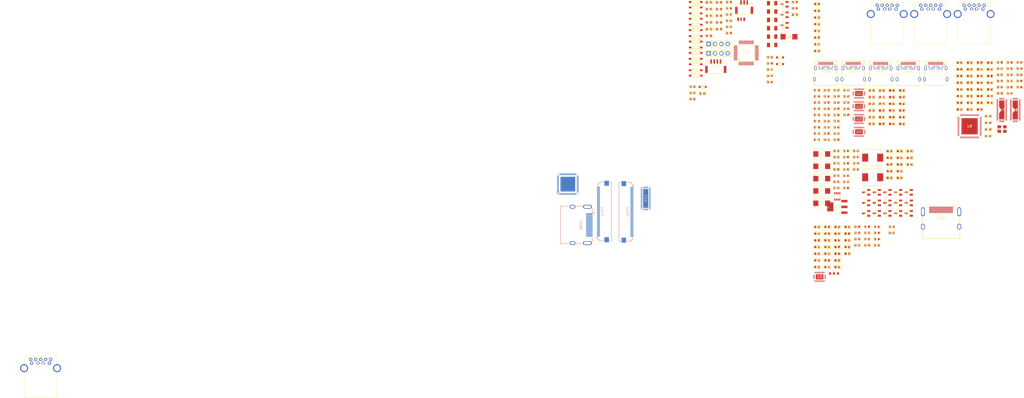
<source format=kicad_pcb>
(kicad_pcb (version 20240108) (generator "pcbnew") (generator_version "8.0")
  (layers (0 "F.Cu" signal) (31 "B.Cu" signal) (34 "B.Paste" user) (35 "F.Paste" user) (36 "B.SilkS" user "B.Silkscreen") (37 "F.SilkS" user "F.Silkscreen") (38 "B.Mask" user) (39 "F.Mask" user) (44 "Edge.Cuts" user))
  (net 0 "")
  (net 1 "/TypeC3.0Handle/TypeC_4_TX1_P")
  (net 2 "Net-(USB5-TX1+)")
  (net 3 "Net-(USB5-TX1-)")
  (net 4 "/TypeC3.0Handle/TypeC_4_TX1_N")
  (net 5 "Net-(USB5-TX2-)")
  (net 6 "/TypeC3.0Handle/TypeC_4_TX2_N")
  (net 7 "/TypeC3.0Handle/TypeC_4_TX2_P")
  (net 8 "Net-(USB5-TX2+)")
  (net 9 "Net-(USB4-TX1+)")
  (net 10 "/TypeC3.0Handle/TypeC_3_TX1_P")
  (net 11 "Net-(USB4-TX1-)")
  (net 12 "/TypeC3.0Handle/TypeC_3_TX1_N")
  (net 13 "/TypeC3.0Handle/TypeC_3_TX2_N")
  (net 14 "Net-(USB4-TX2-)")
  (net 15 "Net-(USB4-TX2+)")
  (net 16 "/TypeC3.0Handle/TypeC_3_TX2_P")
  (net 17 "/TypeC3.0Handle/TypeC_2_TX1_P")
  (net 18 "Net-(USB3-TX1+)")
  (net 19 "/TypeC3.0Handle/TypeC_2_TX1_N")
  (net 20 "Net-(USB3-TX1-)")
  (net 21 "/TypeC3.0Handle/TypeC_2_TX2_N")
  (net 22 "Net-(USB3-TX2-)")
  (net 23 "/TypeC3.0Handle/TypeC_2_TX2_P")
  (net 24 "Net-(USB3-TX2+)")
  (net 25 "Net-(USB2-TX1+)")
  (net 26 "/TypeC3.0Handle/TypeC_1_TX1_P")
  (net 27 "Net-(USB2-TX1-)")
  (net 28 "/TypeC3.0Handle/TypeC_1_TX1_N")
  (net 29 "/TypeC3.0Handle/TypeC_1_TX2_N")
  (net 30 "Net-(USB2-TX2-)")
  (net 31 "/TypeC3.0Handle/TypeC_1_TX2_P")
  (net 32 "Net-(USB2-TX2+)")
  (net 33 "Net-(Q1-D)")
  (net 34 "GND")
  (net 35 "Net-(Q4-E)")
  (net 36 "Net-(Q7-E)")
  (net 37 "Net-(Q10-E)")
  (net 38 "+3V3")
  (net 39 "/TypeC2HDMI/IN0_P")
  (net 40 "Net-(U6A-LANE0_P)")
  (net 41 "Net-(U6A-LANE0_N)")
  (net 42 "/TypeC2HDMI/IN0_N")
  (net 43 "/TypeC2HDMI/IN1_P")
  (net 44 "Net-(U6A-LANE1_P)")
  (net 45 "/TypeC2HDMI/IN1_N")
  (net 46 "Net-(U6A-LANE1_N)")
  (net 47 "Net-(U6A-LANE2_P)")
  (net 48 "/TypeC2HDMI/IN2_P")
  (net 49 "/TypeC2HDMI/IN2_N")
  (net 50 "Net-(U6A-LANE2_N)")
  (net 51 "Net-(U6A-LANE3_P)")
  (net 52 "/TypeC2HDMI/IN3_P")
  (net 53 "Net-(U6A-LANE3_N)")
  (net 54 "/TypeC2HDMI/IN3_N")
  (net 55 "/TypeC2HDMI/AUX_P")
  (net 56 "Net-(U6A-AUX_P)")
  (net 57 "/TypeC2HDMI/AUX_N")
  (net 58 "Net-(U6A-AUX_N)")
  (net 59 "+1V0")
  (net 60 "/TypeC2HDMI/5265_3V3")
  (net 61 "+1V8")
  (net 62 "/USB_HUB/HUB_TX_N")
  (net 63 "Net-(U9-SSTX0–)")
  (net 64 "Net-(U9-SSTX0+)")
  (net 65 "/USB_HUB/HUB_TX_P")
  (net 66 "Net-(U9-SSTX1+)")
  (net 67 "/OUT_HUB/SSTX1_P")
  (net 68 "Net-(U9-SSTX1–)")
  (net 69 "/OUT_HUB/SSTX1_N")
  (net 70 "Net-(U9-SSTX2+)")
  (net 71 "/OUT_HUB/SSTX2_P")
  (net 72 "Net-(U9-SSTX2–)")
  (net 73 "/OUT_HUB/SSTX2_N")
  (net 74 "Net-(U9-SSTX3+)")
  (net 75 "/OUT_HUB/SSTX3_P")
  (net 76 "/OUT_HUB/SSTX3_N")
  (net 77 "Net-(U9-SSTX3–)")
  (net 78 "/OUT_HUB/SSTX4_P")
  (net 79 "Net-(U9-SSTX4+)")
  (net 80 "/OUT_HUB/SSTX4_N")
  (net 81 "Net-(U9-SSTX4–)")
  (net 82 "Net-(U9-RESET#)")
  (net 83 "/USB_HUB/HUB_XI")
  (net 84 "/USB_HUB/HUB_XO")
  (net 85 "Net-(Q13-E)")
  (net 86 "/Power/TypeC_1_5V")
  (net 87 "/Power/TypeC_2_5V")
  (net 88 "/Power/TypeC_3_5V")
  (net 89 "/Power/TypeC_4_5V")
  (net 90 "/Power/HDMI_VBUS")
  (net 91 "+5V")
  (net 92 "/HDMI_OUT/HDMI_D2_N")
  (net 93 "/HDMI_OUT/HDMI_D2_P")
  (net 94 "/HDMI_OUT/HDMI_D0_N")
  (net 95 "/HDMI_OUT/HDMI_D1_P")
  (net 96 "/HDMI_OUT/HDMI_SCL")
  (net 97 "/HDMI_OUT/HDMI_SDA")
  (net 98 "/HDMI_OUT/HDMI_HPD")
  (net 99 "/HDMI_OUT/HDMI_CK_N")
  (net 100 "/HDMI_OUT/HDMI_D1_N")
  (net 101 "/HDMI_OUT/HDMI_CK_P")
  (net 102 "/HDMI_OUT/HDMI_D0_P")
  (net 103 "/TypeC2HDMI/3V3_OUT")
  (net 104 "Net-(LED1-+)")
  (net 105 "Net-(LED2-+)")
  (net 106 "Net-(LED3-+)")
  (net 107 "Net-(LED4-+)")
  (net 108 "Net-(Q1-G)")
  (net 109 "Net-(Q2-B)")
  (net 110 "Net-(Q4-B)")
  (net 111 "Net-(Q5-G)")
  (net 112 "Net-(Q7-B)")
  (net 113 "Net-(Q8-G)")
  (net 114 "Net-(Q10-B)")
  (net 115 "Net-(Q11-G)")
  (net 116 "Net-(Q13-B)")
  (net 117 "Net-(Q14-G)")
  (net 118 "Net-(U1-REXT)")
  (net 119 "Net-(R1-Pad1)")
  (net 120 "Net-(U1-High_Z)")
  (net 121 "Net-(U1-CE)")
  (net 122 "Net-(R5-Pad1)")
  (net 123 "Net-(R6-Pad1)")
  (net 124 "Net-(U2-CE)")
  (net 125 "Net-(R10-Pad1)")
  (net 126 "Net-(R12-Pad1)")
  (net 127 "Net-(U4-CE)")
  (net 128 "Net-(R15-Pad1)")
  (net 129 "Net-(R17-Pad1)")
  (net 130 "Net-(U3-CE)")
  (net 131 "Net-(R20-Pad1)")
  (net 132 "Net-(R22-Pad1)")
  (net 133 "Net-(R24-Pad2)")
  (net 134 "Net-(U2-REXT)")
  (net 135 "Net-(U2-High_Z)")
  (net 136 "Net-(R27-Pad2)")
  (net 137 "Net-(U4-REXT)")
  (net 138 "Net-(U4-High_Z)")
  (net 139 "Net-(R30-Pad2)")
  (net 140 "Net-(U3-REXT)")
  (net 141 "Net-(U3-High_Z)")
  (net 142 "/TypeC2HDMI/EN")
  (net 143 "/TypeC2HDMI/SEL")
  (net 144 "/TypeC2HDMI/POL")
  (net 145 "/TypeC2HDMI/HDMI_CSBU1")
  (net 146 "/TypeC2HDMI/HDMI_CSBU2")
  (net 147 "Net-(U6A-VBUS_MON_U)")
  (net 148 "+3.3V")
  (net 149 "Net-(U6B-GPIO7)")
  (net 150 "/TypeC2HDMI/CFG_SDA")
  (net 151 "/TypeC2HDMI/CFG_SCL")
  (net 152 "Net-(U9-REXT)")
  (net 153 "Net-(R48-Pad2)")
  (net 154 "Net-(U9-VBUSDET0)")
  (net 155 "Net-(U9-USBOC0)")
  (net 156 "Net-(U9-USBOC4)")
  (net 157 "Net-(U9-USBOC1)")
  (net 158 "Net-(U9-USBOC3)")
  (net 159 "Net-(U9-USBOC2)")
  (net 160 "Net-(U9-TESTEN)")
  (net 161 "Net-(U9-USBLED2{slash}SPICK)")
  (net 162 "Net-(U9-USBLED3{slash}SPISO)")
  (net 163 "Net-(U9-USBLED1{slash}SPISI)")
  (net 164 "Net-(U9-USBLED4{slash}SPICS)")
  (net 165 "Net-(U9-GPIO8{slash}SMCLK)")
  (net 166 "Net-(U9-GPIO7{slash}SMDAT)")
  (net 167 "/TypeC3.0Handle/USB_IN_1_TX_P")
  (net 168 "/TypeC3.0Handle/TypeC_1_RX2_N")
  (net 169 "/TypeC3.0Handle/TypeC_1_RX2_P")
  (net 171 "Net-(U1-VCC5V)")
  (net 172 "/TypeC3.0Handle/TypeC_1_CC2")
  (net 173 "/TypeC3.0Handle/TypeC_1_CC1")
  (net 174 "/TypeC3.0Handle/USB_IN_1_RX_P")
  (net 176 "/TypeC3.0Handle/USB_IN_1_TX_N")
  (net 177 "/TypeC3.0Handle/TypeC_1_RX1_N")
  (net 179 "/TypeC3.0Handle/TypeC_1_RX1_P")
  (net 181 "/TypeC3.0Handle/USB_IN_1_RX_N")
  (net 184 "Net-(U2-VCC5V)")
  (net 185 "/TypeC3.0Handle/USB_IN_2_TX_N")
  (net 186 "/TypeC3.0Handle/TypeC_2_CC2")
  (net 187 "/TypeC3.0Handle/TypeC_2_RX2_P")
  (net 188 "/TypeC3.0Handle/USB_IN_2_RX_N")
  (net 189 "/TypeC3.0Handle/TypeC_2_RX1_N")
  (net 191 "/TypeC3.0Handle/TypeC_2_CC1")
  (net 192 "/TypeC3.0Handle/USB_IN_2_RX_P")
  (net 194 "/TypeC3.0Handle/TypeC_2_RX2_N")
  (net 195 "/TypeC3.0Handle/USB_IN_2_TX_P")
  (net 196 "/TypeC3.0Handle/TypeC_2_RX1_P")
  (net 202 "/TypeC3.0Handle/TypeC_4_RX1_N")
  (net 203 "/TypeC3.0Handle/TypeC_4_RX2_N")
  (net 204 "Net-(U3-VCC5V)")
  (net 205 "/TypeC3.0Handle/TypeC_4_RX2_P")
  (net 206 "/TypeC3.0Handle/TypeC_4_CC2")
  (net 208 "/TypeC3.0Handle/TypeC_4_CC1")
  (net 209 "/TypeC3.0Handle/USB_IN_4_TX_N")
  (net 210 "/TypeC3.0Handle/USB_IN_4_RX_P")
  (net 211 "/TypeC3.0Handle/TypeC_4_RX1_P")
  (net 214 "/TypeC3.0Handle/USB_IN_4_RX_N")
  (net 217 "/TypeC3.0Handle/USB_IN_4_TX_P")
  (net 218 "/TypeC3.0Handle/TypeC_3_RX1_P")
  (net 219 "/TypeC3.0Handle/USB_IN_3_RX_P")
  (net 220 "/TypeC3.0Handle/TypeC_3_CC2")
  (net 221 "/TypeC3.0Handle/USB_IN_3_TX_P")
  (net 223 "/TypeC3.0Handle/TypeC_3_RX2_P")
  (net 226 "Net-(U4-VCC5V)")
  (net 230 "/TypeC3.0Handle/TypeC_3_RX2_N")
  (net 231 "/TypeC3.0Handle/TypeC_3_RX1_N")
  (net 232 "/TypeC3.0Handle/USB_IN_3_RX_N")
  (net 233 "/TypeC3.0Handle/TypeC_3_CC1")
  (net 234 "/TypeC3.0Handle/USB_IN_3_TX_N")
  (net 235 "/TypeC2HDMI/HDMI_RX1_N")
  (net 236 "/TypeC2HDMI/HDMI_RX1_P")
  (net 238 "/TypeC2HDMI/HDMI_RX2_N")
  (net 239 "/TypeC2HDMI/HDMI_TX2_N")
  (net 240 "/TypeC2HDMI/HDMI_RX2_P")
  (net 242 "/TypeC2HDMI/HDMI_TX1_N")
  (net 243 "/TypeC2HDMI/HDMI_TX2_P")
  (net 246 "/TypeC2HDMI/HDMI_TX1_P")
  (net 248 "Net-(Q16-E)")
  (net 249 "/TypeC2HDMI/HDMI_CC1")
  (net 253 "/MCU/RST")
  (net 255 "/MCU/HUB_KEY1")
  (net 257 "/TypeC2HDMI/HDMI_USB_D_P")
  (net 261 "/TypeC2HDMI/HDMI_CC2")
  (net 262 "/TypeC2HDMI/HDMI_USB_D_N")
  (net 273 "/TypeC3.0Handle/TypeC_4_D_P")
  (net 274 "/MCU/HUB_KEY4")
  (net 275 "/TypeC3.0Handle/TypeC_1_D_P")
  (net 277 "/TypeC3.0Handle/TypeC_1_D_N")
  (net 280 "/USB_HUB/HUB_D_P")
  (net 282 "/TypeC3.0Handle/TypeC_3_D_P")
  (net 283 "/TypeC3.0Handle/TypeC_3_D_N")
  (net 287 "/MCU/HUB_KEY2")
  (net 288 "/TypeC3.0Handle/TypeC_2_D_P")
  (net 289 "/TypeC3.0Handle/TypeC_2_D_N")
  (net 291 "/TypeC3.0Handle/TypeC_4_D_N")
  (net 292 "/USB_HUB/HUB_D_N")
  (net 297 "/USB_HUB/HUB_RX_P")
  (net 302 "/USB_HUB/HUB_RX_N")
  (net 309 "/OUT_HUB/SSRX1_P")
  (net 312 "/OUT_HUB/HSD_2_N")
  (net 314 "/OUT_HUB/SSRX3_P")
  (net 315 "/OUT_HUB/SSRX4_P")
  (net 316 "/OUT_HUB/HSD_4_N")
  (net 319 "/OUT_HUB/HSD_1_P")
  (net 321 "/OUT_HUB/SSRX2_P")
  (net 322 "/OUT_HUB/HSD_2_P")
  (net 324 "/OUT_HUB/HSD_3_N")
  (net 325 "/OUT_HUB/HSD_4_P")
  (net 328 "/OUT_HUB/SSRX4_N")
  (net 329 "/OUT_HUB/HSD_1_N")
  (net 331 "/OUT_HUB/SSRX2_N")
  (net 332 "/OUT_HUB/HSD_3_P")
  (net 333 "/OUT_HUB/SSRX1_N")
  (net 336 "/OUT_HUB/SSRX3_N")
  (net 337 "/MCU/HDMI_KEY")
  (net 338 "/MCU/HUB_KEY3")
  (net 339 "/MCU/HDMI_EN")
  (net 340 "/MCU/Connect_TX")
  (net 341 "/MCU/Connect_RX")
  (net 342 "Net-(D7-Pad1)")
  (net 344 "Net-(D8-Pad1)")
  (net 345 "Net-(D9-Pad1)")
  (net 346 "/Power/TMDS_5V")
  (net 347 "/MCU/USART2_RX")
  (net 348 "/MCU/USART2_TX")
  (net 349 "/MCU/I2C_SDA")
  (net 350 "/MCU/I2C_SCL")
  (net 352 "Net-(U15-SW1)")
  (net 353 "Net-(U15-SW2)")
  (net 354 "Net-(Q16-B)")
  (net 355 "Net-(Q17-G)")
  (net 356 "Net-(U15-FB2)")
  (net 357 "Net-(U15-FB1)")
  (net 358 "Net-(U17-BOOT0)")
  (net 360 "Net-(U17-PB2BOOT1)")
  (net 361 "/HDMI_OUT/HDMI0_SDA")
  (net 363 "/HDMI_OUT/HDMI0_SCL")
  (net 364 "/HDMI_OUT/HDMI0_HDP")
  (net 365 "/MCU/HDMI_SEL1")
  (net 366 "/MCU/HDMI_SEL2")
  (net 389 "/HDMI_OUT/TMDS_SCL")
  (net 390 "/HDMI_OUT/TMDS_HPD")
  (net 391 "/HDMI_OUT/TMDS_D1_P")
  (net 392 "/HDMI_OUT/TMDS_D2_N")
  (net 393 "/HDMI_OUT/TMDS_D1_N")
  (net 394 "/HDMI_OUT/TMDS_D2_P")
  (net 395 "/HDMI_OUT/TMDS_D0_P")
  (net 396 "/HDMI_OUT/TMDS_D0_N")
  (net 398 "/HDMI_OUT/TMDS_SDA")
  (net 399 "/HDMI_OUT/TMDS_CLK_P")
  (net 400 "/HDMI_OUT/TMDS_CLK_N")
  (net 404 "/MCU/GPIO_1")
  (net 405 "/MCU/GPIO_2")
  (net 406 "/MCU/HUB_SEL0")
  (net 407 "/MCU/HUB_SEL1")
  (net 408 "/HDMI_OUT/HDMI0_D2_P")
  (net 409 "/HDMI_OUT/HDMI0_D1_N")
  (net 410 "/HDMI_OUT/HDMI0_D0_N")
  (net 411 "/HDMI_OUT/HDMI0_CLK_P")
  (net 412 "/HDMI_OUT/HDMI0_D0_P")
  (net 413 "/HDMI_OUT/HDMI0_CLK_N")
  (net 414 "/HDMI_OUT/HDMI0_D1_P")
  (net 415 "/HDMI_OUT/HDMI0_D2_N")
  (net 416 "/MCU/OSC_IN")
  (net 424 "/HDMI_OUT/HDMI2_D1_N")
  (net 425 "/HDMI_OUT/HDMI2_D0_N")
  (net 426 "/HDMI_OUT/HDMI2_D2_N")
  (net 427 "/HDMI_OUT/HDMI2_D0_P")
  (net 428 "/HDMI_OUT/HDMI1_SCL")
  (net 429 "/HDMI_OUT/HDMI1_SDA")
  (net 430 "/HDMI_OUT/HDMI1_D1_P")
  (net 431 "/HDMI_OUT/HDMI1_D0_P")
  (net 432 "/HDMI_OUT/HDMI1_D2_N")
  (net 433 "/HDMI_OUT/HDMI1_D0_N")
  (net 434 "/HDMI_OUT/HDMI2_CLK_P")
  (net 435 "/HDMI_OUT/HDMI2_SDA")
  (net 436 "/HDMI_OUT/HDMI2_D1_P")
  (net 437 "/HDMI_OUT/HDMI1_D2_P")
  (net 438 "/HDMI_OUT/HDMI2_HPD")
  (net 439 "/HDMI_OUT/HDMI1_HPD")
  (net 440 "/HDMI_OUT/HDMI2_CLK_N")
  (net 441 "/HDMI_OUT/HDMI1_D1_N")
  (net 442 "/HDMI_OUT/HDMI2_SCL")
  (net 443 "/HDMI_OUT/HDMI1_CLK_N")
  (net 444 "/HDMI_OUT/HDMI2_D2_P")
  (net 445 "/HDMI_OUT/HDMI1_CLK_P")
  (net 448 "/MCU/SWCLK")
  (net 451 "/MCU/OSC_OUT")
  (net 454 "/MCU/SWDIO")
  (footprint "persional_library:R0603" (layer "F.Cu") (at 437.246247 22.411747)
    (property "Reference" "R64")
    (property "Value" "47K")
  )
  (footprint "persional_library:TYPE-C-SMD_TYPE-C-24P-QCHT" (layer "F.Cu") (at 465.954997 -9.395503)
    (property "Reference" "USB4")
    (property "Value" "~")
    (fp_poly (pts (xy -3.275 -2.483) (xy -3.294577 -2.606607) (xy -3.351393 -2.718114) (xy -3.439886 -2.806607) (xy -3.551393 -2.863423) (xy -3.675 -2.883) (xy -3.798607 -2.863423) (xy -3.910114 -2.806607) (xy -3.998607 -2.718114) (xy -4.055423 -2.606607) (xy -4.075 -2.483) (xy -4.055423 -2.359393) (xy -3.998607 -2.247886) (xy -3.910114 -2.159393) (xy -3.798607 -2.102577) (xy -3.675 -2.083) (xy -3.551393 -2.102577) (xy -3.439886 -2.159393) (xy -3.351393 -2.247886) (xy -3.294577 -2.359393)) (fill solid) (layer "Edge.Cuts"))
    (fp_poly (pts (xy 4.075 -2.483) (xy 4.055423 -2.606607) (xy 3.998607 -2.718114) (xy 3.910114 -2.806607) (xy 3.798607 -2.863423) (xy 3.675 -2.883) (xy 3.551393 -2.863423) (xy 3.439886 -2.806607) (xy 3.351393 -2.718114) (xy 3.294577 -2.606607) (xy 3.275 -2.483) (xy 3.294577 -2.359393) (xy 3.351393 -2.247886) (xy 3.439886 -2.159393) (xy 3.551393 -2.102577) (xy 3.675 -2.083) (xy 3.798607 -2.102577) (xy 3.910114 -2.159393) (xy 3.998607 -2.247886) (xy 4.055423 -2.359393)) (fill solid) (layer "Edge.Cuts"))
  )
  (footprint "persional_library:C0603" (layer "F.Cu") (at 466.53 27.86)
    (property "Reference" "C102")
    (property "Value" "100nF")
  )
  (footprint "persional_library:C0603" (layer "F.Cu") (at 429.541998 66.192003)
    (property "Reference" "C30")
    (property "Value" "100nF")
  )
  (footprint "persional_library:C0603" (layer "F.Cu") (at 463.434001 3.6)
    (property "Reference" "C21")
    (property "Value" "10uF")
  )
  (footprint "persional_library:C0603" (layer "F.Cu") (at 486.441998 -7.5)
    (property "Reference" "C53")
    (property "Value" "100nF")
  )
  (footprint "persional_library:R0603" (layer "F.Cu") (at 437.331247 12.992747)
    (property "Reference" "R25")
    (property "Value" "20kΩ")
  )
  (footprint "persional_library:C0603" (layer "F.Cu") (at 459.4 -1.748002)
    (property "Reference" "C13")
    (property "Value" "100nF")
  )
  (footprint "persional_library:R0603" (layer "F.Cu") (at 437.331247 -1.848253)
    (property "Reference" "R19")
    (property "Value" "10kΩ")
  )
  (footprint "persional_library:R0603" (layer "F.Cu") (at 429.486247 10.519247)
    (property "Reference" "R6")
    (property "Value" "10kΩ")
  )
  (footprint "persional_library:C0603" (layer "F.Cu") (at 433.575999 58.17)
    (property "Reference" "C34")
    (property "Value" "100nF")
  )
  (footprint "persional_library:R0603" (layer "F.Cu") (at 437.331247 15.466247)
    (property "Reference" "R26")
    (property "Value" "10kΩ")
  )
  (footprint "persional_library:C0603" (layer "F.Cu") (at 441.644001 60.844001)
    (property "Reference" "C49")
    (property "Value" "100nF")
  )
  (footprint "persional_library:C0603" (layer "F.Cu") (at 455.365999 6.274001)
    (property "Reference" "C10")
    (property "Value" "100nF")
  )
  (footprint "persional_library:C0603" (layer "F.Cu") (at 429.541998 58.17)
    (property "Reference" "C27")
    (property "Value" "100nF")
  )
  (footprint "persional_library:C0603" (layer "F.Cu") (at 459.4 3.6)
    (property "Reference" "C15")
    (property "Value" "100nF")
  )
  (footprint "persional_library:SOT-23-3_L2.9-W1.3-P1.90-LS2.4-BR" (layer "F.Cu") (at 466.169997 47.386247)
    (property "Reference" "Q15")
    (property "Value" "~")
  )
  (footprint "persional_library:LQFP-48_L7.0-W7.0-P0.50-LS9.0-BL" (layer "F.Cu") (at 401.270247 -16.755003)
    (property "Reference" "U17")
    (property "Value" "~")
  )
  (footprint "persional_library:SMB_L4.6-W3.6-LS5.3-RD" (layer "F.Cu") (at 418.334497 -23.222503)
    (property "Reference" "D6")
    (property "Value" "~")
  )
  (footprint "persional_library:R0603" (layer "F.Cu") (at 445.616247 60.142247)
    (property "Reference" "R36")
    (property "Value" "NC")
  )
  (footprint "persional_library:C0603" (layer "F.Cu") (at 383.797248 -0.498002)
    (property "Reference" "C109")
    (property "Value" "100nF")
  )
  (footprint "persional_library:MQFN-28_L4.5-W3.5-P0.40-BL-EP" (layer "F.Cu") (at 446.264997 -0.535003)
    (property "Reference" "U1")
    (property "Value" "~")
  )
  (footprint "persional_library:C0603" (layer "F.Cu") (at 441.644001 52.821998)
    (property "Reference" "C46")
    (property "Value" "100nF")
  )
  (footprint "persional_library:C0603" (layer "F.Cu") (at 494.51 -4.825999)
    (property "Reference" "C70")
    (property "Value" "100nF")
  )
  (footprint "persional_library:R0603" (layer "F.Cu") (at 459.376247 55.195247)
    (property "Reference" "R46")
    (property "Value" "0Ω")
  )
  (footprint "persional_library:C0603" (layer "F.Cu") (at 458.461998 22.511998)
    (property "Reference" "C90")
    (property "Value" "1uF")
  )
  (footprint "persional_library:C0603" (layer "F.Cu") (at 390.411249 -28.935999)
    (property "Reference" "C114")
    (property "Value" "100nF")
  )
  (footprint "persional_library:C0603" (layer "F.Cu") (at 451.331998 3.6)
    (property "Reference" "C3")
    (property "Value" "100nF")
  )
  (footprint "persional_library:R0603" (layer "F.Cu") (at 449.538747 55.195247)
    (property "Reference" "R38")
    (property "Value" "NC")
  )
  (footprint "persional_library:C0603" (layer "F.Cu") (at 486.441998 -10.174001)
    (property "Reference" "C52")
    (property "Value" "100nF")
  )
  (footprint "persional_library:SW-SMD_4P-L4.2-W3.2-P2.15-LS4.6-1" (layer "F.Cu") (at 381.110247 -22.387503)
    (property "Reference" "SW4")
    (property "Value" "~")
  )
  (footprint "persional_library:F1206" (layer "F.Cu") (at 411.614997 -29.951253)
    (property "Reference" "F3")
    (property "Value" "~")
  )
  (footprint "persional_library:C0603" (layer "F.Cu") (at 390.411249 -36.958002)
    (property "Reference" "C111")
    (property "Value" "100nF")
  )
  (footprint "persional_library:R0603" (layer "F.Cu") (at 420.661497 -34.584753)
    (property "Reference" "R83")
    (property "Value" "47K")
  )
  (footprint "persional_library:SOT-23-3_L2.9-W1.3-P1.90-LS2.4-BR" (layer "F.Cu") (at 416.575247 -36.192753)
    (property "Reference" "Q16")
    (property "Value" "~")
  )
  (footprint "persional_library:R0603" (layer "F.Cu") (at 394.381497 -34.584753)
    (property "Reference" "R93")
    (property "Value" "10kΩ")
  )
  (footprint "persional_library:R0603" (layer "F.Cu") (at 502.516247 -3.054253)
    (property "Reference" "R51")
    (property "Value" "4.7K")
  )
  (footprint "persional_library:R0603" (layer "F.Cu") (at 429.486247 15.466247)
    (property "Reference" "R8")
    (property "Value" "10kΩ")
  )
  (footprint "persional_library:C0603" (layer "F.Cu") (at 486.441998 -12.848002)
    (property "Reference" "C51")
    (property "Value" "100nF")
  )
  (footprint "persional_library:R0603" (layer "F.Cu") (at 429.486247 12.992747)
    (property "Reference" "R7")
    (property "Value" "10kΩ")
  )
  (footprint "persional_library:C0603" (layer "F.Cu") (at 429.541998 55.495999)
    (property "Reference" "C26")
    (property "Value" "100nF")
  )
  (footprint "persional_library:SOT-23-3_L2.9-W1.3-P1.90-LS2.4-BR" (layer "F.Cu") (at 453.419997 47.386247)
    (property "Reference" "Q6")
    (property "Value" "~")
  )
  (footprint "persional_library:C0603" (layer "F.Cu") (at 490.475999 0.522003)
    (property "Reference" "C64")
    (property "Value" "100nF")
  )
  (footprint "persional_library:MQFN-28_L4.5-W3.5-P0.40-BL-EP" (layer "F.Cu") (at 430.574997 72.744997)
    (property "Reference" "U5")
    (property "Value" "~")
  )
  (footprint "persional_library:R0603" (layer "F.Cu") (at 394.381497 -37.058253)
    (property "Reference" "R92")
    (property "Value" "10kΩ")
  )
  (footprint "persional_library:R0603" (layer "F.Cu") (at 506.438747 -3.054253)
    (property "Reference" "R57")
    (property "Value" "100")
  )
  (footprint "persional_library:R0603" (layer "F.Cu") (at 437.246247 27.358747)
    (property "Reference" "R66")
    (property "Value" "10K")
  )
  (footprint "persional_library:C0603" (layer "F.Cu") (at 498.544001 3.196004)
    (property "Reference" "C81")
    (property "Value" "20pF")
  )
  (footprint "persional_library:R0603" (layer "F.Cu") (at 429.486247 17.939747)
    (property "Reference" "R9")
    (property "Value" "10kΩ")
  )
  (footprint "persional_library:R0603" (layer "F.Cu") (at 502.516247 -10.474753)
    (property "Reference" "R48")
    (property "Value" "4.7K")
  )
  (footprint "persional_library:CONN-SMD_4P-P1.25_XUNPU_WAFER-GH1.25-4PWB" (layer "F.Cu") (at 389.112247 -11.750003)
    (property "Reference" "U18")
    (property "Value" "~")
  )
  (footprint "persional_library:R0603" (layer "F.Cu") (at 445.616247 57.668747)
    (property "Reference" "R35")
    (property "Value" "10kΩ")
  )
  (footprint "persional_library:SOT-23-3_L2.9-W1.3-P1.90-LS2.4-BR" (layer "F.Cu") (at 466.169997 38.977247)
    (property "Reference" "Q13")
    (property "Value" "~")
  )
  (footprint "persional_library:SMB_L4.6-W3.6-LS5.3-RD" (layer "F.Cu") (at 431.409247 38.412497)
    (property "Reference" "D4")
    (property "Value" "~")
  )
  (footprint "persional_library:F1206" (layer "F.Cu") (at 411.614997 -26.613753)
    (property "Reference" "F4")
    (property "Value" "~")
  )
  (footprint "persional_library:C0603" (layer "F.Cu") (at 490.475999 5.870005)
    (property "Reference" "C66")
    (property "Value" "100nF")
  )
  (footprint "persional_library:USB-TH_USB3.0-A" (layer "F.Cu") (at 457.564997 -34.049003)
    (property "Reference" "U11")
    (property "Value" "~")
  )
  (footprint "persional_library:C0603" (layer "F.Cu") (at 498.544001 0.522003)
    (property "Reference" "C80")
    (property "Value" "20pF")
  )
  (footprint "persional_library:SOT-223-4_L6.5-W3.5-P2.30-LS7.0-BR" (layer "F.Cu") (at 437.634997 44.784997)
    (property "Reference" "U16")
    (property "Value" "~")
  )
  (footprint "persional_library:HDMI-SMD_HDMI-001S" (layer "F.Cu") (at 479.044997 49.317497)
    (property "Reference" "USB7")
    (property "Value" "~")
  )
  (footprint "persional_library:C0603" (layer "F.Cu") (at 437.61 66.192003)
    (property "Reference" "C44")
    (property "Value" "100nF")
  )
  (footprint "persional_library:R0603" (layer "F.Cu") (at 437.331247 5.572247)
    (property "Reference" "R22")
    (property "Value" "10kΩ")
  )
  (footprint "persional_library:MQFN-28_L4.5-W3.5-P0.40-BL-EP" (layer "F.Cu") (at 446.264997 9.664997)
    (property "Reference" "U3")
    (property "Value" "~")
  )
  (footprint "persional_library:R0603" (layer "F.Cu") (at 433.408747 10.519247)
    (property "Reference" "R15")
    (property "Value" "10kΩ")
  )
  (footprint "persional_library:CONN-TH_3P-P1.25_GH1.25" (layer "F.Cu") (at 400.440247 -35.370003)
    (property "Reference" "CN1")
    (property "Value" "~")
  )
  (footprint "persional_library:C0603" (layer "F.Cu") (at 458.461998 33.208002)
    (property "Reference" "C94")
    (property "Value" "1uF")
  )
  (footprint "persional_library:R0603" (layer "F.Cu") (at 506.438747 -0.580753)
    (property "Reference" "R58")
    (property "Value" "100")
  )
  (footprint "persional_library:C0603" (layer "F.Cu") (at 420.717248 -32.018002)
    (property "Reference" "C103")
    (property "Value" "1uF")
  )
  (footprint "persional_library:C0603" (layer "F.Cu") (at 437.61 60.844001)
    (property "Reference" "C42")
    (property "Value" "100nF")
  )
  (footprint "persional_library:C0603" (layer "F.Cu") (at 441.644001 55.495999)
    (property "Reference" "C47")
    (property "Value" "100nF")
  )
  (footprint "persional_library:C0603" (layer "F.Cu") (at 494.51 -7.5)
    (property "Reference" "C69")
    (property "Value" "100nF")
  )
  (footprint "persional_library:R0603" (layer "F.Cu") (at 441.168747 24.885247)
    (property "Reference" "R72")
    (property "Value" "10K")
  )
  (footprint "persional_library:C0603" (layer "F.Cu") (at 490.475999 3.196004)
    (property "Reference" "C65")
    (property "Value" "100nF")
  )
  (footprint "persional_library:C0603" (layer "F.Cu") (at 463.434001 -1.748002)
    (property "Reference" "C19")
    (property "Value" "10uF")
  )
  (footprint "persional_library:R0603" (layer "F.Cu") (at 379.821497 -3.248253)
    (property "Reference" "R85")
    (property "Value" "2.2kΩ")
  )
  (footprint "persional_library:R0603" (layer "F.Cu") (at 510.361247 -8.001253)
    (property "Reference" "R61")
    (property "Value" "4.7K")
  )
  (footprint "persional_library:JUMP0603" (layer "F.Cu") (at 436.264997 71.394997)
    (property "Reference" "JMP1" (hide yes))
    (property "Value" "~" (hide yes))
  )
  (footprint "persional_library:R0603" (layer "F.Cu") (at 410.731497 -7.617753)
    (property "Reference" "R90")
    (property "Value" "10kΩ")
  )
  (footprint "persional_library:TYPE-C-SMD_TYPE-C-24P-QCHT" (layer "F.Cu") (at 454.974997 -9.395503)
    (property "Reference" "USB3")
    (property "Value" "~")
    (fp_poly (pts (xy -3.275 -2.483) (xy -3.294577 -2.606607) (xy -3.351393 -2.718114) (xy -3.439886 -2.806607) (xy -3.551393 -2.863423) (xy -3.675 -2.883) (xy -3.798607 -2.863423) (xy -3.910114 -2.806607) (xy -3.998607 -2.718114) (xy -4.055423 -2.606607) (xy -4.075 -2.483) (xy -4.055423 -2.359393) (xy -3.998607 -2.247886) (xy -3.910114 -2.159393) (xy -3.798607 -2.102577) (xy -3.675 -2.083) (xy -3.551393 -2.102577) (xy -3.439886 -2.159393) (xy -3.351393 -2.247886) (xy -3.294577 -2.359393)) (fill solid) (layer "Edge.Cuts"))
    (fp_poly (pts (xy 4.075 -2.483) (xy 4.055423 -2.606607) (xy 3.998607 -2.718114) (xy 3.910114 -2.806607) (xy 3.798607 -2.863423) (xy 3.675 -2.883) (xy 3.551393 -2.863423) (xy 3.439886 -2.806607) (xy 3.351393 -2.718114) (xy 3.294577 -2.606607) (xy 3.275 -2.483) (xy 3.294577 -2.359393) (xy 3.351393 -2.247886) (xy 3.439886 -2.159393) (xy 3.551393 -2.102577) (xy 3.675 -2.083) (xy 3.798607 -2.102577) (xy 3.910114 -2.159393) (xy 3.998607 -2.247886) (xy 4.055423 -2.359393)) (fill solid) (layer "Edge.Cuts"))
  )
  (footprint "persional_library:R0603" (layer "F.Cu") (at 437.331247 3.098747)
    (property "Reference" "R21")
    (property "Value" "10kΩ")
  )
  (footprint "persional_library:R0603" (layer "F.Cu") (at 441.168747 37.252747)
    (property "Reference" "R77")
    (property "Value" "100K")
  )
  (footprint "persional_library:C0603" (layer "F.Cu") (at 451.331998 8.948002)
    (property "Reference" "C5")
    (property "Value" "100nF")
  )
  (footprint "persional_library:R0603" (layer "F.Cu") (at 410.731497 -5.144253)
    (property "Reference" "R91")
    (property "Value" "10kΩ")
  )
  (footprint "persional_library:R0603" (layer "F.Cu") (at 379.821497 -0.774753)
    (property "Reference" "R86")
    (property "Value" "2.2kΩ")
  )
  (footprint "persional_library:C0603" (layer "F.Cu") (at 429.541998 -33.564001)
    (property "Reference" "C83")
    (property "Value" "100uF")
  )
  (footprint "persional_library:R0603" (layer "F.Cu") (at 441.168747 29.832247)
    (property "Reference" "R74")
    (property "Value" "150K")
  )
  (footprint "persional_library:C0603" (layer "F.Cu") (at 494.51 5.870005)
    (property "Reference" "C74")
    (property "Value" "100nF")
  )
  (footprint "persional_library:SOT-23-3_L2.9-W1.3-P0.95-LS2.4-BR-1" (layer "F.Cu") (at 461.919997 43.181747)
    (property "Reference" "Q11")
    (property "Value" "~")
  )
  (footprint "persional_library:R0603" (layer "F.Cu") (at 441.168747 22.411747)
    (property "Reference" "R71")
    (property "Value" "47K")
  )
  (footprint "persional_library:R0603" (layer "F.Cu") (at 433.408747 8.045747)
    (property "Reference" "R14")
    (property "Value" "10kΩ")
  )
  (footprint "persional_library:C0603" (layer "F.Cu") (at 466.53 22.511998)
    (property "Reference" "C100")
    (property "Value" "10uF")
  )
  (footprint "persional_library:C0603" (layer "F.Cu") (at 386.377248 -34.284001)
    (property "Reference" "C105")
    (property "Value" "100nF")
  )
  (footprint "persional_library:R0603" (layer "F.Cu") (at 410.731497 -10.091253)
    (property "Reference" "R88")
    (property "Value" "2.2kΩ")
  )
  (footprint "persional_library:R0603" (layer "F.Cu") (at 429.486247 5.572247)
    (property "Reference" "R4")
    (property "Value" "10kΩ")
  )
  (footprint "persional_library:R0603" (layer "F.Cu") (at 437.246247 24.885247)
    (property "Reference" "R65")
    (property "Value" "10K")
  )
  (footprint "persional_library:R0603" (layer "F.Cu") (at 502.516247 -5.527753)
    (property "Reference" "R50")
    (property "Value" "2M")
  )
  (footprint "persional_library:F1206" (layer "F.Cu") (at 411.614997 -33.288753)
    (property "Reference" "F2")
    (property "Value" "~")
  )
  (footprint "persional_library:R0603" (layer "F.Cu") (at 502.516247 -12.948253)
    (property "Reference" "R47")
    (property "Value" "12.4K")
  )
  (footprint "persional_library:USB-TH_USB3.0-A" (layer "F.Cu") (at 119.6 107.5)
    (property "Reference" "U10")
    (property "Value" "~")
  )
  (footprint "persional_library:TYPE-C-SMD_TYPE-C-24P-QCHT" (layer "F.Cu") (at 443.994997 -9.395503)
    (property "Reference" "USB2")
    (property "Value" "~")
    (fp_poly (pts (xy -3.275 -2.483) (xy -3.294577 -2.606607) (xy -3.351393 -2.718114) (xy -3.439886 -2.806607) (xy -3.551393 -2.863423) (xy -3.675 -2.883) (xy -3.798607 -2.863423) (xy -3.910114 -2.806607) (xy -3.998607 -2.718114) (xy -4.055423 -2.606607) (xy -4.075 -2.483) (xy -4.055423 -2.359393) (xy -3.998607 -2.247886) (xy -3.910114 -2.159393) (xy -3.798607 -2.102577) (xy -3.675 -2.083) (xy -3.551393 -2.102577) (xy -3.439886 -2.159393) (xy -3.351393 -2.247886) (xy -3.294577 -2.359393)) (fill solid) (layer "Edge.Cuts"))
    (fp_poly (pts (xy 4.075 -2.483) (xy 4.055423 -2.606607) (xy 3.998607 -2.718114) (xy 3.910114 -2.806607) (xy 3.798607 -2.863423) (xy 3.675 -2.883) (xy 3.551393 -2.863423) (xy 3.439886 -2.806607) (xy 3.351393 -2.718114) (xy 3.294577 -2.606607) (xy 3.275 -2.483) (xy 3.294577 -2.359393) (xy 3.351393 -2.247886) (xy 3.439886 -2.159393) (xy 3.551393 -2.102577) (xy 3.675 -2.083) (xy 3.798607 -2.102577) (xy 3.910114 -2.159393) (xy 3.998607 -2.247886) (xy 4.055423 -2.359393)) (fill solid) (layer "Edge.Cuts"))
  )
  (footprint "persional_library:SOT-23-3_L2.9-W1.3-P1.90-LS2.4-BR" (layer "F.Cu") (at 416.575247 -27.783753)
    (property "Reference" "Q18")
    (property "Value" "~")
  )
  (footprint "persional_library:MQFN-28_L4.5-W3.5-P0.40-BL-EP" (layer "F.Cu") (at 446.264997 14.764997)
    (property "Reference" "U4")
    (property "Value" "~")
  )
  (footprint "persional_library:SOT-23-3_L2.9-W1.3-P0.95-LS2.4-BR-1" (layer "F.Cu") (at 457.669997 43.181747)
    (property "Reference" "Q8")
    (property "Value" "~")
  )
  (footprint "persional_library:SW-SMD_4P-L4.2-W3.2-P2.15-LS4.6-1" (layer "F.Cu") (at 381.110247 -17.842503)
    (property "Reference" "SW5")
    (property "Value" "~")
  )
  (footprint "persional_library:C0603" (layer "F.Cu") (at 386.377248 -23.587997)
    (property "Reference" "C110")
    (property "Value" "100nF")
  )
  (footprint "persional_library:C0603" (layer "F.Cu") (at 459.4 6.274001)
    (property "Reference" "C16")
    (property "Value" "100nF")
  )
  (footprint "persional_library:R0603" (layer "F.Cu") (at 394.381497 -29.637753)
    (property "Reference" "R95")
    (property "Value" "10kΩ")
  )
  (footprint "persional_library:USB-TH_USB3.0-A" (layer "F.Cu") (at 492.244997 -34.049003)
    (property "Reference" "U13")
    (property "Value" "~")
  )
  (footprint "persional_library:C0603" (layer "F.Cu") (at 437.61 68.866004)
    (property "Reference" "C45")
    (property "Value" "100nF")
  )
  (footprint "persional_library:C0603" (layer "F.Cu") (at 386.377248 -36.958002)
    (property "Reference" "C104")
    (property "Value" "100nF")
  )
  (footprint "persional_library:C0603" (layer "F.Cu") (at 451.331998 -1.748002)
    (property "Reference" "C1")
    (property "Value" "100nF")
  )
  (footprint "persional_library:C0603" (layer "F.Cu") (at 386.377248 -31.61)
    (property "Reference" "C106")
    (property "Value" "100nF")
  )
  (footprint "persional_library:SOT-23-3_L2.9-W1.3-P1.90-LS2.4-BR" (layer "F.Cu") (at 457.669997 38.977247)
    (property "Reference" "Q7")
    (property "Value" "~")
  )
  (footprint "persional_library:C0603" (layer "F.Cu") (at 451.331998 11.622003)
    (property "Reference" "C6")
    (property "Value" "100nF")
  )
  (footprint "persional_library:SW-SMD_4P-L4.2-W3.2-P2.15-LS4.6-1" (layer "F.Cu") (at 381.110247 -26.932503)
    (property "Reference" "SW3")
    (property "Value" "~")
  )
  (footprint "persional_library:C0603" (layer "F.Cu") (at 433.575999 63.518002)
    (property "Reference" "C36")
    (property "Value" "100nF")
  )
  (footprint "persional_library:C0603" (layer "F.Cu") (at 462.495999 27.86)
    (property "Reference" "C97")
    (property "Value" "10uF")
  )
  (footprint "persional_library:C0603" (layer "F.Cu") (at 486.441998 -2.151998)
    (property "Reference" "C55")
    (property "Value" "100nF")
  )
  (footprint "persional_library:SOT-23-3_L2.9-W1.3-P1.90-LS2.4-BR" (layer "F.Cu") (at 449.169997 47.386247)
    (property "Reference" "Q3")
    (property "Value" "~")
  )
  (footprint "persional_library:R0603" (layer "F.Cu") (at 441.168747 27.358747)
    (property "Reference" "R73")
    (property "Value" "47K")
  )
  (footprint "persional_library:C0603" (layer "F.Cu") (at 498.544001 -4.825999)
    (property "Reference" "C78")
    (property "Value" "100nF")
  )
  (footprint "persional_library:SOT-23-3_L2.9-W1.3-P1.90-LS2.4-BR" (layer "F.Cu") (at 449.169997 43.181747)
    (property "Reference" "Q2")
    (property "Value" "~")
  )
  (footprint "persional_library:SOT-23-3_L2.9-W1.3-P1.90-LS2.4-BR" (layer "F.Cu") (at 457.669997 47.386247)
    (property "Reference" "Q9")
    (property "Value" "~")
  )
  (footprint "persional_library:R0603" (layer "F.Cu") (at 459.376247 52.721747)
    (property "Reference" "R45")
    (property "Value" "0Ω")
  )
  (footprint "persional_library:C0603" (layer "F.Cu") (at 490.475999 -4.825999)
    (property "Reference" "C62")
    (property "Value" "100nF")
  )
  (footprint "persional_library:CRYSTAL-SMD_4P-L3.2-W2.5-BL" (layer "F.Cu") (at 503.388247 13.679747)
    (property "Reference" "X1")
    (property "Value" "25MHz")
  )
  (footprint "persional_library:SMB_L4.6-W3.6-LS5.3-RD" (layer "F.Cu") (at 431.409247 23.637497)
    (property "Reference" "D1")
    (property "Value" "~")
  )
  (footprint "persional_library:R0603" (layer "F.Cu") (at 441.253747 5.572247)
    (property "Reference" "R31")
    (property "Value" "20kΩ")
  )
  (footprint "persional_library:C0603" (layer "F.Cu") (at 459.4 8.948002)
    (property "Reference" "C17")
    (property "Value" "100nF")
  )
  (footprint "persional_library:C0603" (layer "F.Cu") (at 486.441998 -4.825999)
    (property "Reference" "C54")
    (property "Value" "100nF")
  )
  (footprint "persional_library:C0603" (layer "F.Cu") (at 498.544001 -12.848002)
    (property "Reference" "C75")
    (property "Value" "100nF")
  )
  (footprint "persional_library:R0603" (layer "F.Cu") (at 441.253747 3.098747)
    (property "Reference" "R30")
    (property "Value" "510")
  )
  (footprint "persional_library:R0603" (layer "F.Cu") (at 453.461247 52.721747)
    (property "Reference" "R41")
    (property "Value" "1M")
  )
  (footprint "persional_library:C0603" (layer "F.Cu") (at 429.541998 -36.238002)
    (property "Reference" "C82")
    (property "Value" "100nF")
  )
  (footprint "persional_library:R0603" (layer "F.Cu") (at 506.438747 -5.527753)
    (property "Reference" "R56")
    (property "Value" "4.7K")
  )
  (footprint "persional_library:SW-SMD_4P-L4.2-W3.2-P2.15-LS4.6-1" (layer "F.Cu") (at 381.110247 -8.752503)
    (property "Reference" "SW7")
    (property "Value" "~")
  )
  (footprint "persional_library:R0603" (layer "F.Cu") (at 502.516247 -0.580753)
    (property "Reference" "R52")
    (property "Value" "4.7K")
  )
  (footprint "persional_library:C0603" (layer "F.Cu") (at 455.365999 8.948002)
    (property "Reference" "C11")
    (property "Value" "100nF")
  )
  (footprint "persional_library:C0603" (layer "F.Cu") (at 486.441998 3.196004)
    (property "Reference" "C57")
    (property "Value" "100nF")
  )
  (footprint "persional_library:C0603" (layer "F.Cu") (at 455.365999 0.925999)
    (property "Reference" "C8")
    (property "Value" "100nF")
  )
  (footprint "persional_library:R0603" (layer "F.Cu") (at 433.408747 12.992747)
    (property "Reference" "R16")
    (property "Value" "10kΩ")
  )
  (footprint "persional_library:SOD-323F_L1.7-W1.3-LS2.5-R-RD" (layer "F.Cu") (at 383.880247 -3.158003)
    (property "Reference" "D8")
    (property "Value" "~")
  )
  (footprint "persional_library:R0603" (layer "F.Cu") (at 433.408747 15.466247)
    (property "Reference" "R17")
    (property "Value" "10kΩ")
  )
  (footprint "persional_library:HDR-TH_4P-P2.54-V-M" (layer "F.Cu") (at 390.067247 -20.358003)
    (property "Reference" "H1")
    (property "Value" "~")
  )
  (footprint "persional_library:R0603" (layer "F.Cu") (at 453.461247 60.142247)
    (property "Reference" "R44")
    (property "Value" "NC")
  )
  (footprint "persional_library:C0603" (layer "F.Cu") (at 498.544001 -7.5)
    (property "Reference" "C77")
    (property "Value" "100nF")
  )
  (footprint "persional_library:C0603" (layer "F.Cu") (at 458.461998 25.185999)
    (property "Reference" "C91")
    (property "Value" "1uF")
  )
  (footprint "persional_library:C0603" (layer "F.Cu") (at 429.541998 -28.215999)
    (property "Reference" "C85")
    (property "Value" "100uF")
  )
  (footprint "persional_library:C0603" (layer "F.Cu") (at 459.4 0.925999)
    (property "Reference" "C14")
    (property "Value" "100nF")
  )
  (footprint "persional_library:C0603" (layer "F.Cu") (at 494.51 3.196004)
    (property "Reference" "C73")
    (property "Value" "100nF")
  )
  (footprint "persional_library:C0603" (layer "F.Cu") (at 437.61 63.518002)
    (property "Reference" "C43")
    (property "Value" "100nF")
  )
  (footprint "persional_library:OSC-SMD_3P-L3.2-W1.3-P1.20-L" (layer "F.Cu") (at 399.239247 -30.184003)
    (property "Reference" "X2")
    (property "Value" "8MHz")
  )
  (footprint "persional_library:C0603" (layer "F.Cu") (at 463.434001 6.274001)
    (property "Reference" "C22")
    (property "Value" "100nF")
  )
  (footprint "persional_library:LED0603-RD" (layer "F.Cu") (at 497.849497 16.493997)
    (property "Reference" "LED4")
    (property "Value" "~")
  )
  (footprint "persional_library:MQFN-28_L4.5-W3.5-P0.40-BL-EP" (layer "F.Cu") (at 446.264997 4.564997)
    (property "Reference" "U2")
    (property "Value" "~")
  )
  (footprint "persional_library:R0603" (layer "F.Cu") (at 445.616247 52.721747)
    (property "Reference" "R33")
    (property "Value" "10kΩ")
  )
  (footprint "persional_library:C0603" (layer "F.Cu") (at 429.541998 68.866004)
    (property "Reference" "C31")
    (property "Value" "100nF")
  )
  (footprint "persional_library:R0603" (layer "F.Cu") (at 449.538747 60.142247)
    (property "Reference" "R40")
    (property "Value" "1M")
  )
  (footprint "persional_library:R0603" (layer "F.Cu") (at 441.253747 8.045747)
    (property "Reference" "R32")
    (property "Value" "10kΩ")
  )
  (footprint "persional_library:R0603" (layer "F.Cu") (at 506.438747 -10.474753)
    (property "Reference" "R54")
    (property "Value" "4.7K")
  )
  (footprint "persional_library:C0603" (layer "F.Cu") (at 462.495999 33.208002)
    (property "Reference" "C99")
    (property "Value" "10uF")
  )
  (footprint "persional_library:R0603" (layer "F.Cu") (at 506.438747 -12.948253)
    (property "Reference" "R53")
    (property "Value" "4.7K")
  )
  (footprint "persional_library:C0603" (layer "F.Cu") (at 451.331998 0.925999)
    (property "Reference" "C2")
    (property "Value" "100nF")
  )
  (footprint "persional_library:SW-SMD_4P-L4.2-W3.2-P2.15-LS4.6-1" (layer "F.Cu") (at 381.110247 -13.297503)
    (property "Reference" "SW6")
    (property "Value" "~")
  )
  (footprint "persional_library:R0603" (layer "F.Cu") (at 453.461247 57.668747)
    (property "Reference" "R43")
    (property "Value" "330k")
  )
  (footprint "persional_library:R0603" (layer "F.Cu") (at 394.381497 -27.164253)
    (property "Reference" "R96")
    (property "Value" "10kΩ")
  )
  (footprint "persional_library:R0603" (layer "F.Cu") (at 437.331247 17.939747)
    (property "Reference" "R27")
    (property "Value" "510")
  )
  (footprint "persional_library:F1206" (layer "F.Cu") (at 411.614997 -19.938753)
    (property "Reference" "F6")
    (property "Value" "~")
  )
  (footprint "persional_library:C0603" (layer "F.Cu") (at 433.575999 55.495999)
    (property "Reference" "C33")
    (property "Value" "100nF")
  )
  (footprint "persional_library:R0603" (layer "F.Cu") (at 437.331247 8.045747)
    (property "Reference" "R23")
    (property "Value" "10kΩ")
  )
  (footprint "persional_library:R0603" (layer "F.Cu") (at 429.486247 3.098747)
    (property "Reference" "R3")
    (property "Value" "510")
  )
  (footprint "persional_library:R0603" (layer "F.Cu") (at 506.438747 -8.001253)
    (property "Reference" "R55")
    (property "Value" "4.7K")
  )
  (footprint "persional_library:QFN-76_L9.0-W9.0-P0.40-EP6.3-TL" (layer "F.Cu") (at 490.435 12.55757)
    (property "Reference" "U9")
    (property "Value" "~")
  )
  (footprint "persional_library:C0603" (layer "F.Cu") (at 429.541998 -25.541998)
    (property "Reference" "C86")
    (property "Value" "100nF")
  )
  (footprint "persional_library:C0603" (layer "F.Cu") (at 458.461998 27.86)
    (property "Reference" "C92")
    (property "Value" "1uF")
  )
  (footprint "persional_library:C0603" (layer "F.Cu") (at 490.475999 -2.151998)
    (property "Reference" "C63")
    (property "Value" "100nF")
  )
  (footprint "persional_library:SOD-323F_L1.7-W1.3-LS2.5-R-RD" (layer "F.Cu") (at 414.790247 -12.294003)
    (property "Reference" "D9")
    (property "Value" "~")
  )
  (footprint "persional_library:SMB_L4.6-W3.6-LS5.3-RD" (layer "F.Cu") (at 431.409247 33.487497)
    (property "Reference" "D3")
    (property "Value" "~")
  )
  (footprint "persional_library:SOT-23-3_L2.9-W1.3-P0.95-LS2.4-BR-1" (layer "F.Cu") (at 416.575247 -31.988253)
    (property "Reference" "Q17")
    (property "Value" "~")
  )
  (footprint "persional_library:R0603" (layer "F.Cu") (at 453.461247 55.195247)
    (property "Reference" "R42")
    (property "Value" "47k")
  )
  (footprint "persional_library:C0603" (layer "F.Cu") (at 386.377248 -28.935999)
    (property "Reference" "C107")
    (property "Value" "100nF")
  )
  (footprint "persional_library:R0603" (layer "F.Cu") (at 433.408747 0.625247)
    (property "Reference" "R11")
    (property "Value" "10kΩ")
  )
  (footprint "persional_library:C0603" (layer "F.Cu") (at 455.365999 3.6)
    (property "Reference" "C9")
    (property "Value" "100nF")
  )
  (footprint "persional_library:C0603" (layer "F.Cu") (at 429.541998 -17.519995)
    (property "Reference" "C89")
    (property "Value" "100uF")
  )
  (footprint "persional_library:C0603" (layer "F.Cu") (at 437.61 58.17)
    (property "Reference" "C41")
    (property "Value" "100nF")
  )
  (footprint "persional_library:C0603" (layer "F.Cu") (at 433.575999 68.866004)
    (property "Reference" "C38")
    (property "Value" "100nF")
  )
  (footprint "persional_library:F1206" (layer "F.Cu") (at 411.614997 -36.626253)
    (property "Reference" "F1")
    (property "Value" "~")
  )
  (footprint "persional_library:SOT-23-3_L2.9-W1.3-P1.90-LS2.4-BR" (layer "F.Cu") (at 453.419997 38.977247)
    (property "Reference" "Q4")
    (property "Value" "~")
  )
  (footprint "persional_library:R0603" (layer "F.Cu") (at 433.408747 3.098747)
    (property "Reference" "R12")
    (property "Value" "10kΩ")
  )
  (footprint "persional_library:C0603" (layer "F.Cu") (at 390.411249 -26.261998)
    (property "Reference" "C115")
    (property "Value" "100nF")
  )
  (footprint "persional_library:R0603" (layer "F.Cu") (at 441.168747 32.305747)
    (property "Reference" "R75")
    (property "Value" "150K")
  )
  (footprint "persional_library:TYPE-C-SMD_TYPE-C-24P-QCHT" (layer "F.Cu") (at 476.934997 -9.395503)
    (property "Reference" "USB5")
    (property "Value" "~")
    (fp_poly (pts (xy -3.275 -2.483) (xy -3.294577 -2.606607) (xy -3.351393 -2.718114) (xy -3.439886 -2.806607) (xy -3.551393 -2.863423) (xy -3.675 -2.883) (xy -3.798607 -2.863423) (xy -3.910114 -2.806607) (xy -3.998607 -2.718114) (xy -4.055423 -2.606607) (xy -4.075 -2.483) (xy -4.055423 -2.359393) (xy -3.998607 -2.247886) (xy -3.910114 -2.159393) (xy -3.798607 -2.102577) (xy -3.675 -2.083) (xy -3.551393 -2.102577) (xy -3.439886 -2.159393) (xy -3.351393 -2.247886) (xy -3.294577 -2.359393)) (fill solid) (layer "Edge.Cuts"))
    (fp_poly (pts (xy 4.075 -2.483) (xy 4.055423 -2.606607) (xy 3.998607 -2.718114) (xy 3.910114 -2.806607) (xy 3.798607 -2.863423) (xy 3.675 -2.883) (xy 3.551393 -2.863423) (xy 3.439886 -2.806607) (xy 3.351393 -2.718114) (xy 3.294577 -2.606607) (xy 3.275 -2.483) (xy 3.294577 -2.359393) (xy 3.351393 -2.247886) (xy 3.439886 -2.159393) (xy 3.551393 -2.102577) (xy 3.675 -2.083) (xy 3.798607 -2.102577) (xy 3.910114 -2.159393) (xy 3.998607 -2.247886) (xy 4.055423 -2.359393)) (fill solid) (layer "Edge.Cuts"))
  )
  (footprint "persional_library:C0603" (layer "F.Cu") (at 458.461998 30.534001)
    (property "Reference" "C93")
    (property "Value" "1uF")
  )
  (footprint "persional_library:C0603" (layer "F.Cu") (at 441.644001 58.17)
    (property "Reference" "C48")
    (property "Value" "100nF")
  )
  (footprint "persional_library:C0603" (layer "F.Cu") (at 390.411249 -34.284001)
    (property "Reference" "C112")
    (property "Value" "100nF")
  )
  (footprint "persional_library:C0603" (layer "F.Cu") (at 433.575999 66.192003)
    (property "Reference" "C37")
    (property "Value" "100nF")
  )
  (footprint "persional_library:C0603" (layer "F.Cu") (at 498.544001 -2.151998)
    (property "Reference" "C79")
    (property "Value" "1uF")
  )
  (footprint "persional_library:C0603" (layer "F.Cu") (at 455.365999 -1.748002)
    (property "Reference" "C7")
    (property "Value" "100nF")
  )
  (footprint "persional_library:SMB_L4.6-W3.6-LS5.3-RD" (layer "F.Cu") (at 431.409247 43.337497)
    (property "Reference" "D5")
    (property "Value" "~")
  )
  (footprint "persional_library:R0603" (layer "F.Cu") (at 445.091247 27.358747)
    (property "Reference" "R80")
    (property "Value" "10kΩ")
  )
  (footprint "persional_library:C0603" (layer "F.Cu") (at 462.495999 30.534001)
    (property "Reference" "C98")
    (property "Value" "10uF")
  )
  (footprint "persional_library:R0603" (layer "F.Cu") (at 429.486247 8.045747)
    (property "Reference" "R5")
    (property "Value" "10kΩ")
  )
  (footprint "persional_library:C0603" (layer "F.Cu") (at 390.411249 -31.61)
    (property "Reference" "C113")
    (property "Value" "100nF")
  )
  (footprint "persional_library:R0603" (layer "F.Cu") (at 445.091247 29.832247)
    (property "Reference" "R81")
    (property "Value" "2.2kΩ")
  )
  (footprint "persional_library:LED0603-RD" (layer "F.Cu") (at 497.849497 13.841497)
    (property "Reference" "LED3")
    (property "Value" "~")
  )
  (footprint "persional_library:LED0603-RD" (layer "F.Cu") (at 497.849497 8.536497)
    (property "Reference" "LED1")
    (property "Value" "~")
  )
  (footprint "persional_library:SMB_L4.6-W3.6-LS5.3-RD" (layer "F.Cu") (at 431.409247 28.562497)
    (property "Reference" "D2")
    (property "Value" "~")
  )
  (footprint "persional_library:TSOT-23-8_L2.9-W1.6-P0.65-LS2.8-BL" (layer "F.Cu") (at 437.634997 40.584997)
    (property "Reference" "U15")
    (property "Value" "~")
  )
  (footprint "persional_library:R0603" (layer "F.Cu") (at 510.361247 -5.527753)
    (property "Reference" "R62")
    (property "Value" "4.7K")
  )
  (footprint "persional_library:C0603" (layer "F.Cu") (at 494.51 -12.848002)
    (property "Reference" "C67")
    (property "Value" "100nF")
  )
  (footprint "persional_library:C0603" (layer "F.Cu") (at 463.434001 11.622003)
    (property "Reference" "C24")
    (property "Value" "100nF")
  )
  (footprint "persional_library:C0603" (layer "F.Cu") (at 429.541998 60.844001)
    (property "Reference" "C28")
    (property "Value" "100nF")
  )
  (footprint "persional_library:R0603" (layer "F.Cu") (at 437.331247 10.519247)
    (property "Reference" "R24")
    (property "Value" "510")
  )
  (footprint "persional_library:C0603" (layer "F.Cu") (at 466.53 25.185999)
    (property "Reference" "C101")
    (property "Value" "100nF")
  )
  (footprint "persional_library:C0603" (layer "F.Cu") (at 433.575999 60.844001)
    (property "Reference" "C35")
    (property "Value" "100nF")
  )
  (footprint "persional_library:C0603" (layer "F.Cu") (at 451.331998 6.274001)
    (property "Reference" "C4")
    (property "Value" "100nF")
  )
  (footprint "persional_library:R0603" (layer "F.Cu") (at 429.486247 -1.848253)
    (property "Reference" "R1")
    (property "Value" "20kΩ")
  )
  (footprint "persional_library:R0603" (layer "F.Cu") (at 502.516247 -8.001253)
    (property "Reference" "R49")
    (property "Value" "10K")
  )
  (footprint "persional_library:C0603" (layer "F.Cu") (at 463.434001 8.948002)
    (property "Reference" "C23")
    (property "Value" "10uF")
  )
  (footprint "persional_library:C0603" (layer "F.Cu") (at 494.51 0.522003)
    (property "Reference" "C72")
    (property "Value" "100nF")
  )
  (footprint "persional_library:R0603" (layer "F.Cu") (at 441.253747 0.625247)
    (property "Reference" "R29")
    (property "Value" "10kΩ")
  )
  (footprint "persional_library:R0603" (layer "F.Cu") (at 441.168747 34.779247)
    (property "Reference" "R76")
    (property "Value" "680K")
  )
  (footprint "persional_library:R0603" (layer "F.Cu") (at 394.381497 -24.690753)
    (property "Reference" "R97")
    (property "Value" "10kΩ")
  )
  (footprint "persional_library:C0603" (layer "F.Cu") (at 429.541998 -30.89)
    (property "Reference" "C84")
    (property "Value" "100nF")
  )
  (footprint "persional_library:R0603" (layer "F.Cu") (at 433.408747 -1.848253)
    (property "Reference" "R10")
    (property "Value" "10kΩ")
  )
  (footprint "persional_library:C0603" (layer "F.Cu") (at 494.51 -2.151998)
    (property "Reference" "C71")
    (property "Value" "100nF")
  )
  (footprint "persional_library:R0603" (layer "F.Cu") (at 379.821497 1.698747)
    (property "Reference" "R89")
    (property "Value" "100kΩ")
  )
  (footprint "persional_library:C0603" (layer "F.Cu") (at 433.575999 52.821998)
    (property "Reference" "C32")
    (property "Value" "100nF")
  )
  (footprint "persional_library:IND-SMD_L7.0-W6.6" (layer "F.Cu") (at 451.744997 32.955997)
    (property "Reference" "L2")
    (property "Value" "2.2uH")
  )
  (footprint "persional_library:C0603" (layer "F.Cu") (at 441.644001 63.518002)
    (property "Reference" "C50")
    (property "Value" "100nF")
  )
  (footprint "persional_library:C0603" (layer "F.Cu") (at 429.541998 63.518002)
    (property "Reference" "C29")
    (property "Value" "100nF")
  )
  (footprint "persional_library:C0603" (layer "F.Cu") (at 437.61 52.821998)
    (property "Reference" "C39")
    (property "Value" "100nF")
  )
  (footprint "persional_library:QFN-42_L9.0-W3.5-P0.50-EP7.6" (layer "F.Cu") (at 503.293497 6.039997)
    (property "Reference" "U7")
    (property "Value" "~")
  )
  (footprint "persional_library:QFN-42_L9.0-W3.5-P0.50-EP7.6" (layer "F.Cu") (at 508.666997 6.039997)
    (property "Reference" "U8")
    (property "Value" "~")
  )
  (footprint "persional_library:R0603" (layer "F.Cu") (at 449.538747 52.721747)
    (property "Reference" "R37")
    (property "Value" "NC")
  )
  (footprint "persional_library:R0603" (layer "F.Cu") (at 437.246247 29.832247)
    (property "Reference" "R67")
    (property "Value" "47K")
  )
  (footprint "persional_library:R0603" (layer "F.Cu") (at 410.731497 -15.038253)
    (property "Reference" "R84")
    (property "Value" "2.2kΩ")
  )
  (footprint "persional_library:R0603" (layer "F.Cu") (at 449.538747 57.668747)
    (property "Reference" "R39")
    (property "Value" "NC")
  )
  (footprint "persional_library:SW-SMD_4P-L4.2-W3.2-P2.15-LS4.6-1" (layer "F.Cu") (at 381.110247 -31.477503)
    (property "Reference" "SW2")
    (property "Value" "~")
  )
  (footprint "persional_library:C0603" (layer "F.Cu") (at 490.475999 -12.848002)
    (property "Reference" "C59")
    (property "Value" "100nF")
  )
  (footprint "persional_library:C0603" (layer "F.Cu") (at 459.4 11.622003)
    (property "Reference" "C18")
    (property "Value" "10uF")
  )
  (footprint "persional_library:F1206" (layer "F.Cu") (at 411.614997 -23.276253)
    (property "Reference" "F5")
    (property "Value" "~")
  )
  (footprint "persional_library:C0603" (layer "F.Cu") (at 486.441998 0.522003)
    (property "Reference" "C56")
    (property "Value" "100nF")
  )
  (footprint "persional_library:C0603" (layer "F.Cu") (at 490.475999 -7.5)
    (property "Reference" "C61")
    (property "Value" "100nF")
  )
  (footprint "persional_library:SOT-23-3_L2.9-W1.3-P1.90-LS2.4-BR" (layer "F.Cu") (at 461.919997 47.386247)
    (property "Reference" "Q12")
    (property "Value" "~")
  )
  (footprint "persional_library:IND-SMD_L7.0-W6.6" (layer "F.Cu") (at 451.744997 25.101997)
    (property "Reference" "L1")
    (property "Value" "2.2uH")
  )
  (footprint "persional_library:C0603" (layer "F.Cu") (at 498.544001 -10.174001)
    (property "Reference" "C76")
    (property "Value" "100nF")
  )
  (footprint "persional_library:C0603" (layer "F.Cu") (at 455.365999 11.622003)
    (property "Reference" "C12")
    (property "Value" "100nF")
  )
  (footprint "persional_library:R0603" (layer "F.Cu") (at 433.408747 5.572247)
    (property "Reference" "R13")
    (property "Value" "10kΩ")
  )
  (footprint "persional_library:R0603" (layer "F.Cu") (at 441.253747 -1.848253)
    (property "Reference" "R28")
    (property "Value" "20kΩ")
  )
  (footprint "persional_library:SOT-23-3_L2.9-W1.3-P1.90-LS2.4-BR" (layer "F.Cu") (at 461.919997 38.977247)
    (property "Reference" "Q10")
    (property "Value" "~")
  )
  (footprint "persional_library:R0603" (layer "F.Cu") (at 510.361247 -10.474753)
    (property "Reference" "R60")
    (property "Value" "100")
  )
  (footprint "persional_library:R0603" (layer "F.Cu") (at 445.616247 55.195247)
    (property "Reference" "R34")
    (property "Value" "10kΩ")
  )
  (footprint "persional_library:R0603" (layer "F.Cu") (at 420.661497 -37.058253)
    (property "Reference" "R82")
    (property "Value" "10K")
  )
  (footprint "persional_library:R0603" (layer "F.Cu") (at 437.246247 32.305747)
    (property "Reference" "R68")
    (property "Value" "10K")
  )
  (footprint "persional_library:TYPE-C-SMD_TYPE-C-24P-QCHT" (layer "F.Cu") (at 433.014997 -9.395503)
    (property "Reference" "USB1")
    (property "Value" "~")
    (fp_poly (pts (xy -3.275 -2.483) (xy -3.294577 -2.606607) (xy -3.351393 -2.718114) (xy -3.439886 -2.806607) (xy -3.551393 -2.863423) (xy -3.675 -2.883) (xy -3.798607 -2.863423) (xy -3.910114 -2.806607) (xy -3.998607 -2.718114) (xy -4.055423 -2.606607) (xy -4.075 -2.483) (xy -4.055423 -2.359393) (xy -3.998607 -2.247886) (xy -3.910114 -2.159393) (xy -3.798607 -2.102577) (xy -3.675 -2.083) (xy -3.551393 -2.102577) (xy -3.439886 -2.159393) (xy -3.351393 -2.247886) (xy -3.294577 -2.359393)) (fill solid) (layer "Edge.Cuts"))
    (fp_poly (pts (xy 4.075 -2.483) (xy 4.055423 -2.606607) (xy 3.998607 -2.718114) (xy 3.910114 -2.806607) (xy 3.798607 -2.863423) (xy 3.675 -2.883) (xy 3.551393 -2.863423) (xy 3.439886 -2.806607) (xy 3.351393 -2.718114) (xy 3.294577 -2.606607) (xy 3.275 -2.483) (xy 3.294577 -2.359393) (xy 3.351393 -2.247886) (xy 3.439886 -2.159393) (xy 3.551393 -2.102577) (xy 3.675 -2.083) (xy 3.798607 -2.102577) (xy 3.910114 -2.159393) (xy 3.998607 -2.247886) (xy 4.055423 -2.359393)) (fill solid) (layer "Edge.Cuts"))
  )
  (footprint "persional_library:R0603" (layer "F.Cu") (at 429.486247 0.625247)
    (property "Reference" "R2")
    (property "Value" "10kΩ")
  )
  (footprint "persional_library:SOT-23-3_L2.9-W1.3-P0.95-LS2.4-BR-1" (layer "F.Cu") (at 453.419997 43.181747)
    (property "Reference" "Q5")
    (property "Value" "~")
  )
  (footprint "persional_library:R0603" (layer "F.Cu") (at 437.246247 37.252747)
    (property "Reference" "R70")
    (property "Value" "10K")
  )
  (footprint "persional_library:R0603" (layer "F.Cu") (at 433.408747 17.939747)
    (property "Reference" "R18")
    (property "Value" "10kΩ")
  )
  (footprint "persional_library:C0603" (layer "F.Cu") (at 437.61 55.495999)
    (property "Reference" "C40")
    (property "Value" "100nF")
  )
  (footprint "persional_library:R0603" (layer "F.Cu") (at 437.331247 0.625247)
    (property "Reference" "R20")
    (property "Value" "10kΩ")
  )
  (footprint "persional_library:LED0603-RD" (layer "F.Cu") (at 497.849497 11.188997)
    (property "Reference" "LED2")
    (property "Value" "~")
  )
  (footprint "persional_library:C0603" (layer "F.Cu") (at 462.495999 22.511998)
    (property "Reference" "C95")
    (property "Value" "100nF")
  )
  (footprint "persional_library:C0603" (layer "F.Cu") (at 429.541998 -22.867997)
    (property "Reference" "C87")
    (property "Value" "100uF")
  )
  (footprint "persional_library:R0603" (layer "F.Cu") (at 510.361247 -3.054253)
    (property "Reference" "R63")
    (property "Value" "4.7K")
  )
  (footprint "persional_library:C0603" (layer "F.Cu") (at 463.434001 0.925999)
    (property "Reference" "C20")
    (property "Value" "100nF")
  )
  (footprint "persional_library:C0603" (layer "F.Cu") (at 429.541998 52.821998)
    (property "Reference" "C25")
    (property "Value" "100nF")
  )
  (footprint "persional_library:SOD-323F_L1.7-W1.3-LS2.5-R-RD" (layer "F.Cu") (at 414.790247 -14.948003)
    (property "Reference" "D7")
    (property "Value" "~")
  )
  (footprint "persional_library:SW-SMD_4P-L4.2-W3.2-P2.15-LS4.6-1" (layer "F.Cu") (at 381.110247 -36.022503)
    (property "Reference" "SW1")
    (property "Value" "~")
  )
  (footprint "persional_library:R0603" (layer "F.Cu") (at 394.381497 -32.111253)
    (property "Reference" "R94")
    (property "Value" "10kΩ")
  )
  (footprint "persional_library:C0603" (layer "F.Cu") (at 494.51 -10.174001)
    (property "Reference" "C68")
    (property "Value" "100nF")
  )
  (footprint "persional_library:R0603" (layer "F.Cu") (at 437.246247 34.779247)
    (property "Reference" "R69")
    (property "Value" "47K")
  )
  (footprint "persional_library:R0603" (layer "F.Cu") (at 410.731497 -12.564753)
    (property "Reference" "R87")
    (property "Value" "2.2kΩ")
  )
  (footprint "persional_library:R0603" (layer "F.Cu") (at 445.091247 22.411747)
    (property "Reference" "R78")
    (property "Value" "10kΩ")
  )
  (footprint "persional_library:R0603" (layer "F.Cu") (at 510.361247 -12.948253)
    (property "Reference" "R59")
    (property "Value" "100")
  )
  (footprint "persional_library:SOT-23-3_L2.9-W1.3-P0.95-LS2.4-BR-1" (layer "F.Cu") (at 449.169997 38.977247)
    (property "Reference" "Q1")
    (property "Value" "~")
  )
  (footprint "persional_library:C0603" (layer "F.Cu") (at 386.377248 -26.261998)
    (property "Reference" "C108")
    (property "Value" "100nF")
  )
  (footprint "persional_library:SOT-23-3_L2.9-W1.3-P0.95-LS2.4-BR-1" (layer "F.Cu") (at 466.169997 43.181747)
    (property "Reference" "Q14")
    (property "Value" "~")
  )
  (footprint "persional_library:C0603" (layer "F.Cu") (at 490.475999 -10.174001)
    (property "Reference" "C60")
    (property "Value" "100nF")
  )
  (footprint "persional_library:C0603" (layer "F.Cu") (at 486.441998 5.870005)
    (property "Reference" "C58")
    (property "Value" "100nF")
  )
  (footprint "persional_library:C0603" (layer "F.Cu") (at 462.495999 25.185999)
    (property "Reference" "C96")
    (property "Value" "10uF")
  )
  (footprint "persional_library:R0603" (layer "F.Cu") (at 445.091247 24.885247)
    (property "Reference" "R79")
    (property "Value" "10kΩ")
  )
  (footprint "persional_library:HDR-TH_4P-P2.54-V-M" (layer "F.Cu") (at 390.067247 -16.564003)
    (property "Reference" "H2")
    (property "Value" "~")
  )
  (footprint "persional_library:C0603" (layer "F.Cu") (at 429.541998 -20.193996)
    (property "Reference" "C88")
    (property "Value" "100nF")
  )
  (footprint "persional_library:USB-TH_USB3.0-A" (layer "F.Cu") (at 474.904997 -34.049003)
    (property "Reference" "U12")
    (property "Value" "~")
  )
  (footprint "persional_library:FPC-SMD_40P-P0.50_XUNPU_FPC-05FB-40PH20" (layer "B.Cu") (at 343.919997 46.627497 -90)
    (property "Reference" "FPC1")
    (property "Value" "~")
  )
  (footprint "persional_library:WFQFN-42_L9.0-W3.5-P0.50-BL-EP" (layer "B.Cu") (at 361.144997 41.379997 -90)
    (property "Reference" "U14")
    (property "Value" "~")
  )
  (footprint "persional_library:QFN-68" (layer "B.Cu") (at 326.132622 38.877497 90)
    (property "Reference" "U6")
    (property "Value" "~")
  )
  (footprint "persional_library:FPC-SMD_40P-P0.50_XUNPU_FPC-05FB-40PH20" (layer "B.Cu") (at 354.019997 46.777497 90)
    (property "Reference" "FPC2")
    (property "Value" "~")
  )
  (footprint "persional_library:HDMI-SMD_HDMI-001S" (layer "B.Cu") (at 335.294997 51.977497 90)
    (property "Reference" "USB6")
    (property "Value" "~")
  )
  (gr_arc (start 108.4 110.5) (mid 104.864466 109.035534) (end 103.4 105.5) (stroke (width 0.01)) (layer "Edge.Cuts"))
  (gr_circle (center 198.4 65.5) (end 200.05 65.5) (stroke (width 0.01)) (fill none) (layer "Edge.Cuts"))
  (gr_circle (center 198.4 105.5) (end 200.05 105.5) (stroke (width 0.01)) (fill none) (layer "Edge.Cuts"))
  (gr_circle (center 108.4 65.5) (end 110.05 65.5) (stroke (width 0.01)) (fill none) (layer "Edge.Cuts"))
  (gr_arc (start 203.4 105.5) (mid 201.935534 109.035534) (end 198.4 110.5) (stroke (width 0.01)) (layer "Edge.Cuts"))
  (gr_line (start 203.4 105.5) (end 203.4 65.5) (stroke (width 0.01)) (layer "Edge.Cuts"))
  (gr_circle (center 108.4 105.5) (end 110.05 105.5) (stroke (width 0.01)) (fill none) (layer "Edge.Cuts"))
  (gr_line (start 198.4 60.5) (end 108.4 60.5) (stroke (width 0.01)) (layer "Edge.Cuts"))
  (gr_line (start 103.4 65.5) (end 103.4 105.5) (stroke (width 0.01)) (layer "Edge.Cuts"))
  (gr_arc (start 103.4 65.5) (mid 104.864466 61.964466) (end 108.4 60.5) (stroke (width 0.01)) (layer "Edge.Cuts"))
  (gr_arc (start 198.4 60.5) (mid 201.935534 61.964466) (end 203.4 65.5) (stroke (width 0.01)) (layer "Edge.Cuts"))
  (gr_line (start 108.4 110.5) (end 198.4 110.5) (stroke (width 0.01)) (layer "Edge.Cuts"))
)
</source>
